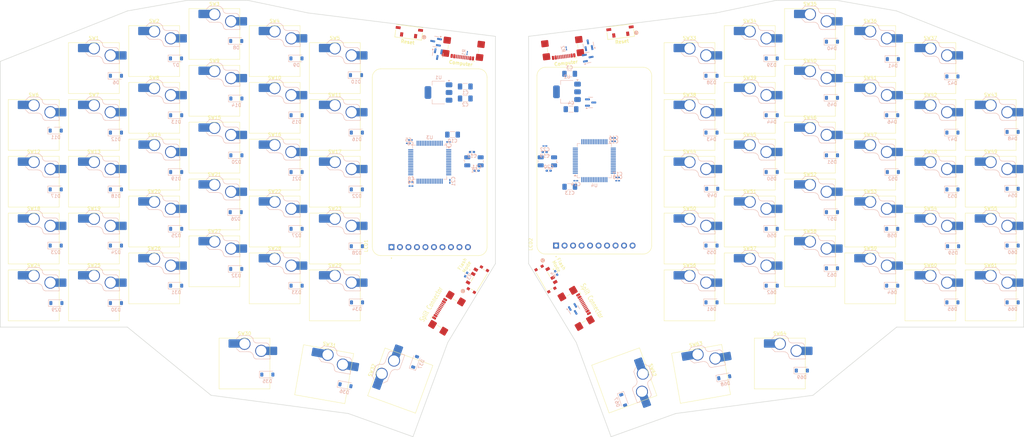
<source format=kicad_pcb>
(kicad_pcb (version 20241229) (generator "pcbnew") (generator_version "9.0")
  (title_block (title "yellow_panda") (rev "v1.0.0") (company "Unknown"))
  (layers (0 "F.Cu" signal) (2 "B.Cu" signal) (13 "F.Paste" user) (15 "B.Paste" user) (5 "F.SilkS" user "F.Silkscreen") (7 "B.SilkS" user "B.Silkscreen") (1 "F.Mask" user) (3 "B.Mask" user) (25 "Edge.Cuts" user))
  (net 0 "")
  (net 1 "/MasterSwitchMatrix/ROW0a")
  (net 2 "Net-(D1-A)")
  (net 3 "/MasterSwitchMatrix/ROW1a")
  (net 4 "Net-(D6-A)")
  (net 5 "Net-(D7-A)")
  (net 6 "Net-(D8-A)")
  (net 7 "Net-(D9-A)")
  (net 8 "Net-(D10-A)")
  (net 9 "Net-(D11-A)")
  (net 10 "/MasterSwitchMatrix/ROW2a")
  (net 11 "Net-(D12-A)")
  (net 12 "Net-(D13-A)")
  (net 13 "Net-(D14-A)")
  (net 14 "Net-(D15-A)")
  (net 15 "Net-(D16-A)")
  (net 16 "Net-(D17-A)")
  (net 17 "/MasterSwitchMatrix/ROW3a")
  (net 18 "Net-(D18-A)")
  (net 19 "Net-(D19-A)")
  (net 20 "Net-(D20-A)")
  (net 21 "Net-(D21-A)")
  (net 22 "Net-(D22-A)")
  (net 23 "Net-(D23-A)")
  (net 24 "/MasterSwitchMatrix/ROW4a")
  (net 25 "Net-(D24-A)")
  (net 26 "Net-(D25-A)")
  (net 27 "Net-(D26-A)")
  (net 28 "Net-(D27-A)")
  (net 29 "Net-(D28-A)")
  (net 30 "Net-(D29-A)")
  (net 31 "Net-(D30-A)")
  (net 32 "Net-(D31-A)")
  (net 33 "Net-(D32-A)")
  (net 34 "Net-(D33-A)")
  (net 35 "Net-(D34-A)")
  (net 36 "Net-(D35-A)")
  (net 37 "/MasterSwitchMatrix/ROW6a")
  (net 38 "Net-(D36-A)")
  (net 39 "Net-(D37-A)")
  (net 40 "Net-(D38-A)")
  (net 41 "/SlaveSwitchMatrix/ROW0b")
  (net 42 "Net-(D39-A)")
  (net 43 "Net-(D40-A)")
  (net 44 "Net-(D41-A)")
  (net 45 "Net-(D42-A)")
  (net 46 "Net-(D43-A)")
  (net 47 "/SlaveSwitchMatrix/ROW1b")
  (net 48 "Net-(D44-A)")
  (net 49 "Net-(D45-A)")
  (net 50 "Net-(D46-A)")
  (net 51 "Net-(D47-A)")
  (net 52 "Net-(D48-A)")
  (net 53 "Net-(D49-A)")
  (net 54 "/SlaveSwitchMatrix/ROW2b")
  (net 55 "Net-(D50-A)")
  (net 56 "Net-(D51-A)")
  (net 57 "Net-(D52-A)")
  (net 58 "Net-(D53-A)")
  (net 59 "Net-(D54-A)")
  (net 60 "Net-(D55-A)")
  (net 61 "/SlaveSwitchMatrix/ROW3b")
  (net 62 "Net-(D56-A)")
  (net 63 "Net-(D57-A)")
  (net 64 "Net-(D58-A)")
  (net 65 "Net-(D59-A)")
  (net 66 "Net-(D60-A)")
  (net 67 "Net-(D61-A)")
  (net 68 "/SlaveSwitchMatrix/ROW4b")
  (net 69 "Net-(D62-A)")
  (net 70 "Net-(D63-A)")
  (net 71 "Net-(D64-A)")
  (net 72 "Net-(D68-A)")
  (net 73 "Net-(D67-A)")
  (net 74 "/SlaveSwitchMatrix/ROW6b")
  (net 75 "GNDR")
  (net 76 "Net-(P1-CC)")
  (net 77 "/MasterSwitchMatrix/COL1a")
  (net 78 "/MasterSwitchMatrix/COL2a")
  (net 79 "/MasterSwitchMatrix/COL3a")
  (net 80 "/MasterSwitchMatrix/COL4a")
  (net 81 "/MasterSwitchMatrix/COL5a")
  (net 82 "/MasterSwitchMatrix/COL0a")
  (net 83 "/SlaveSwitchMatrix/COL1b")
  (net 84 "/SlaveSwitchMatrix/COL2b")
  (net 85 "/SlaveSwitchMatrix/COL3b")
  (net 86 "/SlaveSwitchMatrix/COL4b")
  (net 87 "/SlaveSwitchMatrix/COL5b")
  (net 88 "/SlaveSwitchMatrix/COL0b")
  (net 89 "/USB_D+a")
  (net 90 "Net-(P2-CC)")
  (net 91 "/STM MCUs/RESETa")
  (net 92 "/USB_D-a")
  (net 93 "/USB_D+b")
  (net 94 "/USB_D-b")
  (net 95 "/STM MCUs/OSC OUTa")
  (net 96 "/STM MCUs/OSC INb")
  (net 97 "/STM MCUs/OSC OUTb")
  (net 98 "/STM MCUs/RESETb")
  (net 99 "/STM MCUs/BOOT0a")
  (net 100 "/STM MCUs/OSC INa")
  (net 101 "/STM MCUs/BOOT0b")
  (net 102 "GND")
  (net 103 "+3.3V")
  (net 104 "+5V")
  (net 107 "/I2C Devices/SDLa")
  (net 108 "/I2C Devices/SDAa")
  (net 113 "/I2C Devices/SDLb")
  (net 114 "/I2C Devices/SDAb")
  (net 115 "/STM MCUs/SW_BOOT0a")
  (net 116 "+3V3")
  (net 117 "/STM MCUs/SW_BOOT0b")
  (net 136 "Net-(D65-A)")
  (net 137 "Net-(D66-A)")
  (net 138 "Net-(D69-A)")
  (net 139 "Net-(D70-A)")
  (footprint "PCM_Switch_Keyboard_Hotswap_Kailh:SW_Hotswap_Kailh_Choc_V1_Plated_1.00u" (layer "F.Cu") (at 308.4575 153.2)
    (property "Reference" "SW53")
    (property "Value" "~")
  )
  (footprint "PCM_Switch_Keyboard_Hotswap_Kailh:SW_Hotswap_Kailh_Choc_V1_Plated_1.00u" (layer "F.Cu") (at 254.4575 175.3)
    (property "Reference" "SW56")
    (property "Value" "~")
  )
  (footprint "PCM_Switch_Keyboard_Hotswap_Kailh:SW_Hotswap_Kailh_Choc_V1_Plated_1.00u" (layer "F.Cu") (at 308.4575 170.2)
    (property "Reference" "SW59")
    (property "Value" "~")
  )
  (footprint "PCM_Switch_Keyboard_Hotswap_Kailh:SW_Hotswap_Kailh_Choc_V1_Plated_1.00u" (layer "F.Cu") (at 308.4575 102.2)
    (property "Reference" "SW36")
    (property "Value" "~")
  )
  (footprint "PCM_Switch_Keyboard_Hotswap_Kailh:SW_Hotswap_Kailh_Choc_V1_Plated_1.50u" (layer "F.Cu") (at 234.966415 200.741045 -70)
    (property "Reference" "SW62")
    (property "Value" "~")
  )
  (footprint "PCM_Switch_Keyboard_Hotswap_Kailh:SW_Hotswap_Kailh_Choc_V1_Plated_1.00u" (layer "F.Cu") (at 130.4575 102.2)
    (property "Reference" "SW4")
    (property "Value" "~")
  )
  (footprint "PCM_Switch_Keyboard_Hotswap_Kailh:SW_Hotswap_Kailh_Choc_V1_Plated_1.00u" (layer "F.Cu") (at 94.4575 170.2)
    (property "Reference" "SW26")
    (property "Value" "~")
  )
  (footprint "Custom Lib:SW_TL3330_EWI" (layer "F.Cu") (at 233.8075 96.4 -173)
    (property "Reference" "SW68" (hide yes))
    (property "Value" "SW_Push")
  )
  (footprint "PCM_Switch_Keyboard_Hotswap_Kailh:SW_Hotswap_Kailh_Choc_V1_Plated_1.00u" (layer "F.Cu") (at 344.4575 175.3)
    (property "Reference" "SW61")
    (property "Value" "~")
  )
  (footprint "Custom Lib:SW_TL3330_EWI" (layer "F.Cu") (at 170.6075 96.6 173)
    (property "Reference" "SW67" (hide yes))
    (property "Value" "SW_Push")
  )
  (footprint "PCM_Switch_Keyboard_Hotswap_Kailh:SW_Hotswap_Kailh_Choc_V1_Plated_1.00u" (layer "F.Cu") (at 58.4575 141.3)
    (property "Reference" "SW12")
    (property "Value" "~")
  )
  (footprint "PCM_Switch_Keyboard_Hotswap_Kailh:SW_Hotswap_Kailh_Choc_V1_Plated_1.00u" (layer "F.Cu") (at 254.4575 141.3)
    (property "Reference" "SW44")
    (property "Value" "~")
  )
  (footprint "PCM_Switch_Keyboard_Hotswap_Kailh:SW_Hotswap_Kailh_Choc_V1_Plated_1.00u" (layer "F.Cu") (at 290.4575 131.1)
    (property "Reference" "SW46")
    (property "Value" "~")
  )
  (footprint "PCM_Switch_Keyboard_Hotswap_Kailh:SW_Hotswap_Kailh_Choc_V1_Plated_1.00u" (layer "F.Cu") (at 76.445 107.3)
    (property "Reference" "SW1")
    (property "Value" "~")
  )
  (footprint "PCM_Switch_Keyboard_Hotswap_Kailh:SW_Hotswap_Kailh_Choc_V1_Plated_1.00u" (layer "F.Cu") (at 130.4575 153.2)
    (property "Reference" "SW22")
    (property "Value" "~")
  )
  (footprint "PCM_Switch_Keyboard_Hotswap_Kailh:SW_Hotswap_Kailh_Choc_V1_Plated_1.00u" (layer "F.Cu") (at 254.4575 158.3)
    (property "Reference" "SW50")
    (property "Value" "~")
  )
  (footprint "PCM_Switch_Keyboard_Hotswap_Kailh:SW_Hotswap_Kailh_Choc_V1_Plated_1.00u" (layer "F.Cu") (at 308.4575 136.2)
    (property "Reference" "SW47")
    (property "Value" "~")
  )
  (footprint "PCM_Switch_Keyboard_Hotswap_Kailh:SW_Hotswap_Kailh_Choc_V1_Plated_1.00u" (layer "F.Cu") (at 94.5075 136.2)
    (property "Reference" "SW14")
    (property "Value" "~")
  )
  (footprint "PCM_Switch_Keyboard_Hotswap_Kailh:SW_Hotswap_Kailh_Choc_V1_Plated_1.00u" (layer "F.Cu") (at 58.4575 175.3)
    (property "Reference" "SW24")
    (property "Value" "~")
  )
  (footprint "PCM_Switch_Keyboard_Hotswap_Kailh:SW_Hotswap_Kailh_Choc_V1_Plated_1.00u" (layer "F.Cu") (at 112.4575 97.1)
    (property "Reference" "SW3")
    (property "Value" "~")
  )
  (footprint "Custom Lib:USB_C_Receptacle_GCT_USB4110" (layer "F.Cu") (at 219.588806 179.770001 -60)
    (property "Reference" "P4" (hide yes))
    (property "Value" "Slave Connection Plug" (hide yes))
  )
  (footprint "Custom Lib:USB_C_Receptacle_GCT_USB4110" (layer "F.Cu") (at 187.0075 100.4 173)
    (property "Reference" "P1" (hide yes))
    (property "Value" "USB_C_Plug_USB2.0")
  )
  (footprint "PCM_Switch_Keyboard_Hotswap_Kailh:SW_Hotswap_Kailh_Choc_V1_Plated_1.00u" (layer "F.Cu") (at 130.4575 119.2)
    (property "Reference" "SW10")
    (property "Value" "~")
  )
  (footprint "PCM_Switch_Keyboard_Hotswap_Kailh:SW_Hotswap_Kailh_Choc_V1_Plated_1.00u" (layer "F.Cu") (at 112.4575 165.1)
    (property "Reference" "SW27")
    (property "Value" "~")
  )
  (footprint "PCM_Switch_Keyboard_Hotswap_Kailh:SW_Hotswap_Kailh_Choc_V1_Plated_1.00u" (layer "F.Cu") (at 344.4575 124.3)
    (property "Reference" "SW43")
    (property "Value" "~")
  )
  (footprint "PCM_Switch_Keyboard_Hotswap_Kailh:SW_Hotswap_Kailh_Choc_V1_Plated_1.00u" (layer "F.Cu") (at 326.4575 107.3)
    (property "Reference" "SW37")
    (property "Value" "~")
  )
  (footprint "PCM_Switch_Keyboard_Hotswap_Kailh:SW_Hotswap_Kailh_Choc_V1_Plated_1.00u" (layer "F.Cu") (at 326.4575 141.3)
    (property "Reference" "SW48")
    (property "Value" "~")
  )
  (footprint "PCM_Switch_Keyboard_Hotswap_Kailh:SW_Hotswap_Kailh_Choc_V1_Plated_1.00u" (layer "F.Cu") (at 76.4575 141.3)
    (property "Reference" "SW13")
    (property "Value" "~")
  )
  (footprint "LCD:MODULE_358" (layer "F.Cu") (at 176.8075 135.4625 90)
    (property "Reference" "LCD1")
    (property "Value" "I2C LCD")
  )
  (footprint "PCM_Switch_Keyboard_Hotswap_Kailh:SW_Hotswap_Kailh_Choc_V1_Plated_1.00u" (layer "F.Cu") (at 148.4575 107.3)
    (property "Reference" "SW5")
    (property "Value" "~")
  )
  (footprint "Custom Lib:SLW-66527511-SMT-TR_CUD" (layer "F.Cu") (at 191.2075 170.6 59)
    (property "Reference" "SW65" (hide yes))
    (property "Value" "SW_SPDT" (hide yes))
  )
  (footprint "PCM_Switch_Keyboard_Hotswap_Kailh:SW_Hotswap_Kailh_Choc_V1_Plated_1.00u" (layer "F.Cu") (at 290.4575 148.1)
    (property "Reference" "SW52")
    (property "Value" "~")
  )
  (footprint "PCM_Switch_Keyboard_Hotswap_Kailh:SW_Hotswap_Kailh_Choc_V1_Plated_1.00u" (layer "F.Cu") (at 76.4575 175.3)
    (property "Reference" "SW25")
    (property "Value" "~")
  )
  (footprint "PCM_Switch_Keyboard_Hotswap_Kailh:SW_Hotswap_Kailh_Choc_V1_Plated_1.00u" (layer "F.Cu") (at 326.4575 158.3)
    (property "Reference" "SW54")
    (property "Value" "~")
  )
  (footprint "clipboard:bf87ff4d-921f-4e46-abc4-457b704bfae1" (layer "F.Cu") (at 213.8 167.6)
    (property "Reference" "")
    (property "Value" "")
  )
  (footprint "PCM_Switch_Keyboard_Hotswap_Kailh:SW_Hotswap_Kailh_Choc_V1_Plated_1.00u" (layer "F.Cu") (at 290.4575 114.1)
    (property "Reference" "SW40")
    (property "Value" "~")
  )
  (footprint "PCM_Switch_Keyboard_Hotswap_Kailh:SW_Hotswap_Kailh_Choc_V1_Plated_1.00u" (layer "F.Cu") (at 94.4575 119.2)
    (property "Reference" "SW8")
    (property "Value" "~")
  )
  (footprint "PCM_Switch_Keyboard_Hotswap_Kailh:SW_Hotswap_Kailh_Choc_V1_Plated_1.00u" (layer "F.Cu") (at 308.4575 119.2)
    (property "Reference" "SW41")
    (property "Value" "~")
  )
  (footprint "Custom Lib:USB_C_Receptacle_GCT_USB4110" (layer "F.Cu") (at 182.938029 181.212891 59)
    (property "Reference" "P3" (hide yes))
    (property "Value" "Master Connection Plug" (hide yes))
  )
  (footprint "PCM_Switch_Keyboard_Hotswap_Kailh:SW_Hotswap_Kailh_Choc_V1_Plated_1.00u" (layer "F.Cu") (at 290.4575 97.1)
    (property "Reference" "SW35")
    (property "Value" "~")
  )
  (footprint "PCM_Switch_Keyboard_Hotswap_Kailh:SW_Hotswap_Kailh_Choc_V1_Plated_1.00u" (layer "F.Cu") (at 272.4575 102.2)
    (property "Reference" "SW34")
    (property "Value" "~")
  )
  (footprint "PCM_Switch_Keyboard_Hotswap_Kailh:SW_Hotswap_Kailh_Choc_V1_Plated_1.00u" (layer "F.Cu") (at 272.4575 119.2)
    (property "Reference" "SW39")
    (property "Value" "~")
  )
  (footprint "PCM_Switch_Keyboard_Hotswap_Kailh:SW_Hotswap_Kailh_Choc_V1_Plated_1.00u" (layer "F.Cu") (at 290.4575 165.1)
    (property "Reference" "SW58")
    (property "Value" "~")
  )
  (footprint "PCM_Switch_Keyboard_Hotswap_Kailh:SW_Hotswap_Kailh_Choc_V1_Plated_1.00u" (layer "F.Cu") (at 58.4575 158.3)
    (property "Reference" "SW18")
    (property "Value" "~")
  )
  (footprint "PCM_Switch_Keyboard_Hotswap_Kailh:SW_Hotswap_Kailh_Choc_V1_Plated_1.00u" (layer "F.Cu") (at 254.4575 107.3)
    (property "Reference" "SW33")
    (property "Value" "~")
  )
  (footprint "PCM_Switch_Keyboard_Hotswap_Kailh:SW_Hotswap_Kailh_Choc_V1_Plated_1.00u" (layer "F.Cu") (at 326.4575 175.3)
    (property "Reference" "SW60")
    (property "Value" "~")
  )
  (footprint "PCM_Switch_Keyboard_Hotswap_Kailh:SW_Hotswap_Kailh_Choc_V1_Plated_1.00u" (layer "F.Cu") (at 112.4575 114.1)
    (property "Reference" "SW9")
    (property "Value" "~")
  )
  (footprint "PCM_Switch_Keyboard_Hotswap_Kailh:SW_Hotswap_Kailh_Choc_V1_Plated_1.00u" (layer "F.Cu") (at 145.270875 198.887751 -10)
    (property "Reference" "SW31")
    (property "Value" "~")
  )
  (footprint "PCM_Switch_Keyboard_Hotswap_Kailh:SW_Hotswap_Kailh_Choc_V1_Plated_1.00u" (layer "F.Cu") (at 130.4575 136.2)
    (property "Reference" "SW16")
    (property "Value" "~")
  )
  (footprint "PCM_Switch_Keyboard_Hotswap_Kailh:SW_Hotswap_Kailh_Choc_V1_Plated_1.00u" (layer "F.Cu") (at 112.4575 148.1)
    (property "Reference" "SW21")
    (property "Value" "~")
  )
  (footprint "PCM_Switch_Keyboard_Hotswap_Kailh:SW_Hotswap_Kailh_Choc_V1_Plated_1.00u" (layer "F.Cu") (at 58.4575 124.3)
    (property "Reference" "SW6")
    (property "Value" "~")
  )
  (footprint "PCM_Switch_Keyboard_Hotswap_Kailh:SW_Hotswap_Kailh_Choc_V1_Plated_1.00u" (layer "F.Cu") (at 148.4575 124.3)
    (property "Reference" "SW11")
    (property "Value" "~")
  )
  (footprint "PCM_Switch_Keyboard_Hotswap_Kailh:SW_Hotswap_Kailh_Choc_V1_Plated_1.00u" (layer "F.Cu") (at 148.4575 175.3)
    (property "Reference" "SW29")
    (property "Value" "~")
  )
  (footprint "LCD:MODULE_358" (layer "F.Cu") (at 226.0075 135 90)
    (property "Reference" "LCD2")
    (property "Value" "I2C LCD")
  )
  (footprint "PCM_Switch_Keyboard_Hotswap_Kailh:SW_Hotswap_Kailh_Choc_V1_Plated_1.00u" (layer "F.Cu") (at 148.4575 141.3)
    (property "Reference" "SW17")
    (property "Value" "~")
  )
  (footprint "PCM_Switch_Keyboard_Hotswap_Kailh:SW_Hotswap_Kailh_Choc_V1_Plated_1.00u" (layer "F.Cu") (at 281.4575 195.7)
    (property "Reference" "SW64")
    (property "Value" "~")
  )
  (footprint "PCM_Switch_Keyboard_Hotswap_Kailh:SW_Hotswap_Kailh_Choc_V1_Plated_1.00u" (layer "F.Cu") (at 326.4575 124.3)
    (property "Reference" "SW42")
    (property "Value" "~")
  )
  (footprint "PCM_Switch_Keyboard_Hotswap_Kailh:SW_Hotswap_Kailh_Choc_V1_Plated_1.00u" (layer "F.Cu") (at 344.4575 141.3)
    (property "Reference" "SW49")
    (property "Value" "~")
  )
  (footprint "PCM_Switch_Keyboard_Hotswap_Kailh:SW_Hotswap_Kailh_Choc_V1_Plated_1.00u" (layer "F.Cu") (at 76.4575 124.3)
    (property "Reference" "SW7")
    (property "Value" "~")
  )
  (footprint "PCM_Switch_Keyboard_Hotswap_Kailh:SW_Hotswap_Kailh_Choc_V1_Plated_1.00u" (layer "F.Cu") (at 121.4575 195.7)
    (property "Reference" "SW30")
    (property "Value" "~")
  )
  (footprint "PCM_Switch_Keyboard_Hotswap_Kailh:SW_Hotswap_Kailh_Choc_V1_Plated_1.50u" (layer "F.Cu") (at 168.0075 200.8 70)
    (property "Reference" "SW32")
    (property "Value" "~")
  )
  (footprint "PCM_Switch_Keyboard_Hotswap_Kailh:SW_Hotswap_Kailh_Choc_V1_Plated_1.00u" (layer "F.Cu") (at 94.4575 153.2)
    (property "Reference" "SW20")
    (property "Value" "~")
  )
  (footprint "PCM_Switch_Keyboard_Hotswap_Kailh:SW_Hotswap_Kailh_Choc_V1_Plated_1.00u" (layer "F.Cu") (at 94.4575 102.2)
    (property "Reference" "SW2")
    (property "Value" "~")
  )
  (footprint "PCM_Switch_Keyboard_Hotswap_Kailh:SW_Hotswap_Kailh_Choc_V1_Plated_1.00u" (layer "F.Cu") (at 272.4575 136.2)
    (property "Reference" "SW45")
    (property "Value" "~")
  )
  (footprint "PCM_Switch_Keyboard_Hotswap_Kailh:SW_Hotswap_Kailh_Choc_V1_Plated_1.00u" (layer "F.Cu") (at 76.4575 158.3)
    (property "Reference" "SW19")
    (property "Value" "~")
  )
  (footprint "Custom Lib:SLW-66527511-SMT-TR_CUD" (layer "F.Cu") (at 211.4075 170.4 -60)
    (property "Reference" "SW66" (hide yes))
    (property "Value" "SW_SPDT" (hide yes))
  )
  (footprint "PCM_Switch_Keyboard_Hotswap_Kailh:SW_Hotswap_Kailh_Choc_V1_Plated_1.00u" (layer "F.Cu") (at 130.4575 170.2)
    (property "Reference" "SW28")
    (property "Value" "~")
  )
  (footprint "PCM_Switch_Keyboard_Hotswap_Kailh:SW_Hotswap_Kailh_Choc_V1_Plated_1.00u" (layer "F.Cu") (at 112.4575 131.1)
    (property "Reference" "SW15")
    (property "Value" "~")
  )
  (footprint "Custom Lib:USB_C_Receptacle_GCT_USB4110" (layer "F.Cu") (at 216.4 100.2 -173)
    (property "Reference" "P2" (hide yes))
    (property "Value" "USB_C_Plug_USB2.0")
  )
  (footprint "PCM_Switch_Keyboard_Hotswap_Kailh:SW_Hotswap_Kailh_Choc_V1_Plated_1.00u" (layer "F.Cu") (at 272.4575 170.2)
    (property "Reference" "SW57")
    (property "Value" "~")
  )
  (footprint "clipboard:bf87ff4d-921f-4e46-abc4-457b704bfae1" (layer "F.Cu") (at 188.8 167.8)
    (property "Reference" "")
    (property "Value" "")
  )
  (footprint "PCM_Switch_Keyboard_Hotswap_Kailh:SW_Hotswap_Kailh_Choc_V1_Plated_1.00u" (layer "F.Cu") (at 272.4575 153.2)
    (property "Reference" "SW51")
    (property "Value" "~")
  )
  (footprint "PCM_Switch_Keyboard_Hotswap_Kailh:SW_Hotswap_Kailh_Choc_V1_Plated_1.00u" (layer "F.Cu") (at 344.4575 158.3)
    (property "Reference" "SW55")
    (property "Value" "~")
  )
  (footprint "PCM_Switch_Keyboard_Hotswap_Kailh:SW_Hotswap_Kailh_Choc_V1_Plated_1.00u" (layer "F.Cu") (at 148.4575 158.3)
    (property "Reference" "SW23")
    (property "Value" "~")
  )
  (footprint "PCM_Switch_Keyboard_Hotswap_Kailh:SW_Hotswap_Kailh_Choc_V1_Plated_1.00u" (layer "F.Cu") (at 257.9075 198.8 10)
    (property "Reference" "SW63")
    (property "Value" "~")
  )
  (footprint "PCM_Switch_Keyboard_Hotswap_Kailh:SW_Hotswap_Kailh_Choc_V1_Plated_1.00u" (layer "F.Cu") (at 254.4575 124.3)
    (property "Reference" "SW38")
    (property "Value" "~")
  )
  (footprint "Diode_SMD:D_SOD-123" (layer "B.Cu") (at 155.0875 177.4)
    (property "Reference" "D34")
    (property "Value" "~")
  )
  (footprint "Diode_SMD:D_SOD-123" (layer "B.Cu") (at 333.0375 143.6)
    (property "Reference" "D53")
    (property "Value" "~")
  )
  (footprint "Diode_SMD:D_SOD-123" (layer "B.Cu") (at 351.0375 160.4)
    (property "Reference" "D60")
    (property "Value" "~")
  )
  (footprint "Capacitor_SMD:C_0201_0603Metric_Pad0.64x0.40mm_HandSolder" (layer "B.Cu") (at 220.470002 140.999999)
    (property "Reference" "C14")
    (property "Value" "100nF")
  )
  (footprint "Diode_SMD:D_SOD-123" (layer "B.Cu") (at 65.0375 160.4)
    (property "Reference" "D23")
    (property "Value" "~")
  )
  (footprint "Capacitor_SMD:C_0201_0603Metric_Pad0.64x0.40mm_HandSolder" (layer "B.Cu") (at 231.777496 129.199995 180)
    (property "Reference" "C16")
    (property "Value" "100nF")
  )
  (footprint "PCM_JLCPCB:D_SOT-23" (layer "B.Cu") (at 224.8975 117.6)
    (property "Reference" "D1" (hide yes))
    (property "Value" "D_Schottky")
  )
  (footprint "Diode_SMD:D_SOD-123" (layer "B.Cu") (at 351.0375 126.4)
    (property "Reference" "D48")
    (property "Value" "~")
  )
  (footprint "Diode_SMD:D_SOD-123" (layer "B.Cu") (at 261.0375 126.6)
    (property "Reference" "D43")
    (property "Value" "~")
  )
  (footprint "Capacitor_SMD:C_0201_0603Metric_Pad0.64x0.40mm_HandSolder" (layer "B.Cu") (at 232.977499 139.999999 180)
    (property "Reference" "C17")
    (property "Value" "100nF")
  )
  (footprint "Diode_SMD:D_SOD-123" (layer "B.Cu") (at 83.0375 177.6)
    (property "Reference" "D30")
    (property "Value" "~")
  )
  (footprint "Capacitor_SMD:C_0201_0603Metric_Pad0.64x0.40mm_HandSolder" (layer "B.Cu") (at 182.4375 129.4)
    (property "Reference" "C7")
    (property "Value" "100nF")
  )
  (footprint "Diode_SMD:D_SOD-123" (layer "B.Cu") (at 279.0375 138.4)
    (property "Reference" "D50")
    (property "Value" "~")
  )
  (footprint "Diode_SMD:D_SOD-123" (layer "B.Cu") (at 279.0375 121.4)
    (property "Reference" "D44")
    (property "Value" "~")
  )
  (footprint "Resistor_SMD:R_01005_0402Metric_Pad0.57x0.30mm_HandSolder" (layer "B.Cu") (at 217.6375 101.4 -80)
    (property "Reference" "R2")
    (property "Value" "5.1kΩ")
  )
  (footprint "PCM_JLCPCB:D_SOT-23" (layer "B.Cu") (at 224.2375 100.4 100)
    (property "Reference" "D3" (hide yes))
    (property "Value" "5V")
  )
  (footprint "Diode_SMD:D_SOD-123" (layer "B.Cu") (at 279.0375 104.4)
    (property "Reference" "D39")
    (property "Value" "~")
  )
  (footprint "Capacitor_SMD:C_0402_1005Metric_Pad0.74x0.62mm_HandSolder" (layer "B.Cu") (at 189.4375 132.4)
    (property "Reference" "C12")
    (property "Value" "15pF")
  )
  (footprint "Capacitor_SMD:C_0201_0603Metric_Pad0.64x0.40mm_HandSolder" (layer "B.Cu") (at 171.2375 141.4 180)
    (property "Reference" "C8")
    (property "Value" "100nF")
  )
  (footprint "Diode_SMD:D_SOD-123" (layer "B.Cu") (at 136.9875 104.4)
    (property "Reference" "D9")
    (property "Value" "~")
  )
  (footprint "Capacitor_SMD:C_0201_0603Metric_Pad0.64x0.40mm_HandSolder" (layer "B.Cu") (at 232.977496 140.999997 180)
    (property "Reference" "C18")
    (property "Value" "100nF")
  )
  (footprint "PCM_JLCPCB:D_SOT-23" (layer "B.Cu") (at 178.6375 99.4 170)
    (property "Reference" "D4" (hide yes))
    (property "Value" "5V")
  )
  (footprint "Diode_SMD:D_SOD-123" (layer "B.Cu") (at 297.0375 167.2)
    (property "Reference" "D63")
    (property "Value" "~")
  )
  (footprint "Diode_SMD:D_SOD-123" (layer "B.Cu") (at 288.0375 197.8)
    (property "Reference" "D69")
    (property "Value" "~")
  )
  (footprint "Capacitor_SMD:C_1206_3216Metric_Pad1.33x1.80mm_HandSolder" (layer "B.Cu") (at 218.6375 109 180)
    (property "Reference" "C3")
    (property "Value" "10uF")
  )
  (footprint "Crystal:Crystal_SMD_Abracon_ABM3B-4Pin_5.0x3.2mm" (layer "B.Cu") (at 190.0375 135.2)
    (property "Reference" "Y1")
    (property "Value" "8MHz")
  )
  (footprint "Package_QFP:LQFP-64_10x10mm_P0.5mm" (layer "B.Cu") (at 176.8075 135.4625 180)
    (property "Reference" "U3")
    (property "Value" "STM32F446RCTx")
  )
  (footprint "Capacitor_SMD:C_0201_0603Metric_Pad0.64x0.40mm_HandSolder" (layer "B.Cu") (at 231.777497 128.199997)
    (property "Reference" "C15")
    (property "Value" "100nF")
  )
  (footprint "Diode_SMD:D_SOD-123" (layer "B.Cu") (at 151.6375 202.2 -10)
    (property "Reference" "D36")
    (property "Value" "~")
  )
  (footprint "Diode_SMD:D_SOD-123" (layer "B.Cu") (at 155.0375 160.6)
    (property "Reference" "D28")
    (property "Value" "~")
  )
  (footprint "Diode_SMD:D_SOD-123" (layer "B.Cu") (at 297.0375 116.2)
    (property "Reference" "D45")
    (property "Value" "~")
  )
  (footprint "Capacitor_SMD:C_0402_1005Metric_Pad0.74x0.62mm_HandSolder" (layer "B.Cu") (at 212.377498 137.999997 180)
    (property "Reference" "C20")
    (property "Value" "15pF")
  )
  (footprint "Diode_SMD:D_SOD-123" (layer "B.Cu") (at 261.0375 177.4)
    (property "Reference" "D61")
    (property "Value" "~")
  )
  (footprint "Diode_SMD:D_SOD-123" (layer "B.Cu") (at 101.0375 172.4)
    (property "Reference" "D31")
    (property "Value" "~")
  )
  (footprint "Capacitor_SMD:C_1206_3216Metric_Pad1.33x1.80mm_HandSolder" (layer "B.Cu") (at 219.0375 119.6 180)
    (property "Reference" "C4")
    (property "Value" "10uF")
  )
  (footprint "Diode_SMD:D_SOD-123" (layer "B.Cu") (at 100.9875 104.4)
    (property "Reference" "D7")
    (property "Value" "~")
  )
  (footprint "Diode_SMD:D_SOD-123" (layer "B.Cu") (at 315.0375 155.4)
    (property "Reference" "D58")
    (property "Value" "~")
  )
  (footprint "Diode_SMD:D_SOD-123" (layer "B.Cu") (at 279.0375 172.4)
    (property "Reference" "D62")
    (property "Value" "~")
  )
  (footprint "Diode_SMD:D_SOD-123" (layer "B.Cu") (at 119.0375 133.4)
    (property "Reference" "D20")
    (property "Value" "~")
  )
  (footprint "Diode_SMD:D_SOD-123" (layer "B.Cu") (at 333.0375 126.6)
    (property "Reference" "D47")
    (property "Value" "~")
  )
  (footprint "Diode_SMD:D_SOD-123" (layer "B.Cu") (at 118.9875 167.399999)
    (property "Reference" "D32")
    (property "Value" "~")
  )
  (footprint "Diode_SMD:D_SOD-123" (layer "B.Cu") (at 83.0375 160.4)
    (property "Reference" "D24")
    (property "Value" "~")
  )
  (footprint "Crystal:Crystal_SMD_Abracon_ABM3B-4Pin_5.0x3.2mm" (layer "B.Cu") (at 211.977496 135.199995 180)
    (property "Reference" "Y2" (hide yes))
    (property "Value" "8MHz" (hide yes))
  )
  (footprint "Capacitor_SMD:C_0201_0603Metric_Pad0.64x0.40mm_HandSolder" (layer "B.Cu") (at 170.4375 129.8 180)
    (property "Reference" "C5")
    (property "Value" "100nF")
  )
  (footprint "Diode_SMD:D_SOD-123" (layer "B.Cu") (at 101.0375 138.4)
    (property "Reference" "D19")
    (property "Value" "~")
  )
  (footprint "Diode_SMD:D_SOD-123" (layer "B.Cu") (at 65.0375 143.6)
    (property "Reference" "D17")
    (property "Value" "~")
  )
  (footprint "Diode_SMD:D_SOD-123" (layer "B.Cu") (at 65.2375 177.6)
    (property "Reference" "D29")
    (property "Value" "~")
  )
  (footprint "Package_QFP:LQFP-64_10x10mm_P0.5mm" (layer "B.Cu") (at 226.0075 135)
    (property "Reference" "U4")
    (property "Value" "STM32F446RCTx")
  )
  (footprint "Diode_SMD:D_SOD-123" (layer "B.Cu") (at 137.0375 172.4)
    (property "Reference" "D33")
    (property "Value" "~")
  )
  (footprint "Capacitor_SMD:C_0402_1005Metric_Pad0.74x0.62mm_HandSolder" (layer "B.Cu") (at 190.8375 138 180)
    (property "Reference" "C11")
    (property "Value" "15pF")
  )
  (footprint "PCM_JLCPCB:D_SOT-23" (layer "B.Cu") (at 224.111781 104.163229 10)
    (property "Reference" "D5" (hide yes))
    (property "Value" "5V")
  )
  (footprint "Diode_SMD:D_SOD-123" (layer "B.Cu") (at 119.0375 116.4)
    (property "Reference" "D14")
    (property "Value" "~")
  )
  (footprint "Resistor_SMD:R_0402_1005Metric_Pad0.72x0.64mm_HandSolder" (layer "B.Cu") (at 187.70625 169.082549 60)
    (property "Reference" "R3")
    (property "Value" "10k")
  )
  (footprint "Capacitor_SMD:C_1206_3216Metric_Pad1.33x1.80mm_HandSolder" (layer "B.Cu") (at 218.670002 142.800001)
    (property "Reference" "C13")
    (property "Value" "10uF")
  )
  (footprint "Diode_SMD:D_SOD-123" (layer "B.Cu") (at 234.6375 206.6 -70)
    (property "Reference" "D67")
    (property "Value" "~")
  )
  (footprint "Diode_SMD:D_SOD-123" (layer "B.Cu") (at 154.7875 109.4)
    (property "Reference" "D10")
    (property "Value" "~")
  )
  (footprint "Diode_SMD:D_SOD-123" (layer "B.Cu") (at 155.0375 126.6)
    (property "Reference" "D16")
    (property "Value" "~")
  )
  (footprint "Diode_SMD:D_SOD-123" (layer "B.Cu") (at 137.0375 138.4)
    (property "Reference" "D21")
    (property "Value" "~")
  )
  (footprint "Diode_SMD:D_SOD-123" (layer "B.Cu") (at 137.0375 155.4)
    (property "Reference" "D27")
    (property "Value" "~")
  )
  (footprint "Capacitor_SMD:C_0402_1005Metric_Pad0.74x0.62mm_HandSolder" (layer "B.Cu") (at 211.177498 132.399997)
    (property "Reference" "C19")
    (property "Value" "15pF")
  )
  (footprint "Capacitor_SMD:C_1206_3216Metric_Pad1.33x1.80mm_HandSolder" (layer "B.Cu") (at 183.6375 127.2)
    (property "Reference" "C10")
    (property "Value" "10uF")
  )
  (footprint "Capacitor_SMD:C_0201_0603Metric_Pad0.64x0.40mm_HandSolder" (layer "B.Cu") (at 171.212503 142.599999 180)
    (property "Reference" "C9")
    (property "Value" "100nF")
  )
  (footprint "Diode_SMD:D_SOD-123" (layer "B.Cu") (at 333.0375 109.8)
    (property "Reference" "D42")
    (property "Value" "~")
  )
  (footprint "Diode_SMD:D_SOD-123" (layer "B.Cu") (at 264.8375 199.8 10)
    (property "Reference" "D68")
    (property "Value" "~")
  )
  (footprint "Diode_SMD:D_SOD-123" (layer "B.Cu") (at 118.9875 99.2)
    (property "Reference" "D8")
    (property "Value" "~")
  )
  (footprint "Diode_SMD:D_SOD-123" (layer "B.Cu") (at 297.0375 133.4)
    (property "Reference" "D51")
    (property "Value" "~")
  )
  (footprint "Diode_SMD:D_SOD-123" (layer "B.Cu") (at 83.0375 143.6)
    (property "Reference" "D18")
    (property "Value" "~")
  )
  (footprint "Diode_SMD:D_SOD-123" (layer "B.Cu") (at 83.0375 109.6)
    (property "Reference" "D6")
    (property "Value" "~")
  )
  (footprint "Package_TO_SOT_SMD:SOT-223-3_TabPin2" (layer "B.Cu") (at 179.4375 114.6 180)
    (property "Reference" "U1")
    (property "Value" "LT1963AxST-3.3")
  )
  (footprint "PCM_JLCPCB:D_SOT-23" (layer "B.Cu") (at 179.2375 103.2 -100)
    (property "Reference" "D2" (hide yes))
    (property "Value" "5V")
  )
  (footprint "Diode_SMD:D_SOD-123" (layer "B.Cu") (at 83.0375 126.6)
    (property "Reference" "D12")
    (property "Value" "~")
  )
  (footprint "Diode_SMD:D_SOD-123" (layer "B.Cu") (at 155.0375 143.6)
    (property "Reference" "D22")
    (property "Value" "~")
  )
  (footprint "Capacitor_SMD:C_0201_0603Metric_Pad0.64x0.40mm_HandSolder" (layer "B.Cu") (at 182.8375 141.2 90)
    (property "Reference" "C21")
    (property "Value" "100nF")
  )
  (footprint "Diode_SMD:D_SOD-123" (layer "B.Cu") (at 118.8375 150.4)
    (property "Reference" "D26")
    (property "Value" "~")
  )
  (footprint "Diode_SMD:D_SOD-123" (layer "B.Cu") (at 65.0375 126)
    (property "Reference" "D11")
    (property "Value" "~")
  )
  (footprint "Diode_SMD:D_SOD-123" (layer "B.Cu") (at 315.0375 172.4)
    (property "Reference" "D64")
    (property "Value" "~")
  )
  (footprint "Diode_SMD:D_SOD-123" (layer "B.Cu") (at 297.0375 150.4)
    (property "Reference" "D57")
    (property "Value" "~")
  )
  (footprint "Diode_SMD:D_SOD-123" (layer "B.Cu") (at 333.0375 177.4)
    (property "Reference" "D65")
    (property "Value" "~")
  )
  (footprint "Diode_SMD:D_SOD-123" (layer "B.Cu") (at 137.0375 121.4)
    (property "Reference" "D15")
    (property "Value" "~")
  )
  (footprint "Diode_SMD:D_SOD-123" (layer "B.Cu") (at 351.0375 143.4)
    (property "Reference" "D54")
    (property "Value" "~")
  )
  (footprint "Diode_SMD:D_SOD-123" (layer "B.Cu") (at 101.0375 121.4)
    (property "Reference" "D13")
    (property "Value" "~")
  )
  (footprint "Diode_SMD:D_SOD-123" (layer "B.Cu") (at 261.0375 160.4)
    (property "Reference" "D55")
    (property "Value" "~")
  )
  (footprint "Diode_SMD:D_SOD-123" (layer "B.Cu") (at 279.0375 155.4)
    (property "Reference" "D56")
    (property "Value" "~")
  )
  (footprint "Resistor_SMD:R_01005_0402Metric_Pad0.57x0.30mm_HandSolder" (layer "B.Cu") (at 188.0075 102.8 -100)
    (property "Reference" "R1")
    (property "Value" "5.1kΩ")
  )
  (footprint "Resistor_SMD:R_0402_1005Metric_Pad0.72x0.64mm_HandSolder" (layer "B.Cu") (at 214.6075 168.6 -60)
    (property "Reference" "R4")
    (property "Value" "10k")
  )
  (footprint "Diode_SMD:D_SOD-123" (layer "B.Cu") (at 261.0375 109.6)
    (property "Reference" "D38")
    (property "Value" "~")
  )
  (footprint "Diode_SMD:D_SOD-123" (layer "B.Cu") (at 261.2375 143.4)
    (property "Reference" "D49")
    (property "Value" "~")
  )
  (footprint "Capacitor_SMD:C_0201_0603Metric_Pad0.64x0.40mm_HandSolder" (layer "B.Cu") (at 171.0375 128.8)
    (property "Reference" "C6")
    (property "Value" "100nF")
  )
  (footprint "Diode_SMD:D_SOD-123" (layer "B.Cu") (at 101.0375 155.4)
    (property "Reference" "D25")
    (property "Value" "~")
  )
  (footprint "Capacitor_SMD:C_0201_0603Metric_Pad0.64x0.40mm_HandSolder" (layer "B.Cu") (at 211.2375 130.6)
    (property "Reference" "C22")
    (property "Value" "100nF")
  )
  (footprint "Diode_SMD:D_SOD-123" (layer "B.Cu") (at 172.4375 195.2 70)
    (property "Reference" "D37")
    (property "Value" "~")
  )
  (footprint "PCM_JLCPCB:D_SOT-23" (layer "B.Cu") (at 219.967499 179.585937 -60)
    (property "Reference" "D70" (hide yes))
    (property "Value" "D_Schottky")
  )
  (footprint "Diode_SMD:D_SOD-123" (layer "B.Cu") (at 128.2875 199)
    (property "Reference" "D35")
    (property "Value" "~")
  )
  (footprint "Diode_SMD:D_SOD-123" (layer "B.Cu") (at 315.0375 121.4)
    (property "Reference" "D46")
    (property "Value" "~")
  )
  (footprint "Diode_SMD:D_SOD-123" (layer "B.Cu") (at 297.0375 99.4)
    (property "Reference" "D40")
    (property "Value" "~")
  )
  (footprint "Package_TO_SOT_SMD:SOT-223-3_TabPin2" (layer "B.Cu") (at 217.8375 114.4 180)
    (property "Reference" "U2")
    (property "Value" "LT1963AxST-3.3")
  )
  (footprint "Diode_SMD:D_SOD-123" (layer "B.Cu") (at 333.2375 160.6)
    (property "Reference" "D59")
    (property "Value" "~")
  )
  (footprint "Capacitor_SMD:C_1206_3216Metric_Pad1.33x1.80mm_HandSolder" (layer "B.Cu") (at 187.4375 116.4)
    (property "Reference" "C2")
    (property "Value" "10uF")
  )
  (footprint "Capacitor_SMD:C_1206_3216Metric_Pad1.33x1.80mm_HandSolder" (layer "B.Cu") (at 187.4375 112.8)
    (property "Reference" "C1")
    (property "Value" "10uF")
  )
  (footprint "Diode_SMD:D_SOD-123" (layer "B.Cu") (at 315.2375 104.6)
    (property "Reference" "D41")
    (property "Value" "~")
  )
  (footprint "Diode_SMD:D_SOD-123" (layer "B.Cu") (at 315.2375 138.4)
    (property "Reference" "D52")
    (property "Value" "~")
  )
  (footprint "Diode_SMD:D_SOD-123" (layer "B.Cu") (at 351.0375 177.4)
    (property "Reference" "D66")
    (property "Value" "~")
  )
  (gr_line (start 111.4575 205.2) (end 86.4575 184.8) (stroke (width 0.15)) (layer "Edge.Cuts"))
  (gr_line (start 316.3575 90.2) (end 298.3575 87) (stroke (width 0.15)) (layer "Edge.Cuts"))
  (gr_line (start 280.3575 87.03) (end 262.3575 90.8) (stroke (width 0.15)) (layer "Edge.Cuts"))
  (gr_line (start 298.3575 87) (end 280.3575 87.03) (stroke (width 0.15)) (layer "Edge.Cuts"))
  (gr_line (start 262.3575 90.8) (end 206.3575 97.8) (stroke (width 0.15)) (layer "Edge.Cuts"))
  (gr_line (start 206.3575 97.8) (end 206.3575 165.8) (stroke (width 0.15)) (layer "Edge.Cuts"))
  (gr_line (start 122.4575 87.03) (end 140.4575 90.8) (stroke (width 0.15)) (layer "Edge.Cuts"))
  (gr_line (start 152.471352 210.652237) (end 111.4575 205.2) (stroke (width 0.15)) (layer "Edge.Cuts"))
  (gr_line (start 48.4575 184.8) (end 48.4575 105.3) (stroke (width 0.15)) (layer "Edge.Cuts"))
  (gr_line (start 86.4575 90.2) (end 104.4575 87) (stroke (width 0.15)) (layer "Edge.Cuts"))
  (gr_line (start 140.4575 90.8) (end 196.4575 97.8) (stroke (width 0.15)) (layer "Edge.Cuts"))
  (gr_line (start 86.4575 184.8) (end 48.4575 184.8) (stroke (width 0.15)) (layer "Edge.Cuts"))
  (gr_line (start 196.4575 97.8) (end 196.4575 165.8) (stroke (width 0.15)) (layer "Edge.Cuts"))
  (gr_line (start 316.3575 184.8) (end 354.3575 184.8) (stroke (width 0.15)) (layer "Edge.Cuts"))
  (gr_line (start 291.3575 205.2) (end 316.3575 184.8) (stroke (width 0.15)) (layer "Edge.Cuts"))
  (gr_line (start 220.6075 189.4) (end 206.3575 165.8) (stroke (width 0.15)) (layer "Edge.Cuts"))
  (gr_line (start 104.4575 87) (end 122.4575 87.03) (stroke (width 0.15)) (layer "Edge.Cuts"))
  (gr_line (start 354.3575 105.3) (end 316.3575 90.2) (stroke (width 0.15)) (layer "Edge.Cuts"))
  (gr_line (start 220.6075 189.4) (end 231.0075 217.6) (stroke (width 0.15)) (layer "Edge.Cuts"))
  (gr_line (start 182.2075 189.4) (end 171.8075 217.6) (stroke (width 0.15)) (layer "Edge.Cuts"))
  (gr_line (start 231.0075 217.6) (end 250.343648 210.652237) (stroke (width 0.15)) (layer "Edge.Cuts"))
  (gr_line (start 171.8075 217.6) (end 152.471352 210.652237) (stroke (width 0.15)) (layer "Edge.Cuts"))
  (gr_line (start 354.3575 184.8) (end 354.3575 105.3) (stroke (width 0.15)) (layer "Edge.Cuts"))
  (gr_line (start 182.2075 189.4) (end 196.4575 165.8) (stroke (width 0.15)) (layer "Edge.Cuts"))
  (gr_line (start 48.4575 105.3) (end 86.4575 90.2) (stroke (width 0.15)) (layer "Edge.Cuts"))
  (gr_line (start 250.343648 210.652237) (end 291.3575 205.2) (stroke (width 0.15)) (layer "Edge.Cuts"))
  (gr_text "Computer" (at 214 106.8 7) (layer "F.SilkS") (effects (font (size 0.992 0.992) (thickness 0.1984) (bold yes)) (justify left bottom)))
  (gr_text "Split Connector" (at 224.6 177.4 300) (layer "F.SilkS") (effects (font (size 1.5 0.992) (thickness 0.1464)) (justify bottom)))
  (gr_text "Reset" (at 168 99.8 353) (layer "F.SilkS") (effects (font (size 0.992 0.992) (thickness 0.1984) (bold yes)) (justify left bottom)))
  (gr_text "Flash\nMode" (at 213.2 165.2 300) (layer "F.SilkS") (effects (font (size 0.992 0.992) (thickness 0.1464)) (justify left bottom)))
  (gr_text "Computer" (at 182.4 106 353) (layer "F.SilkS") (effects (font (size 0.992 0.992) (thickness 0.1984) (bold yes)) (justify left bottom)))
  (gr_text "Reset" (at 232.2 100.2 7) (layer "F.SilkS") (effects (font (size 0.992 0.992) (thickness 0.1984) (bold yes)) (justify left bottom)))
  (gr_text "Flash\nMode" (at 187.4 168.8 60) (layer "F.SilkS") (effects (font (size 0.992 0.992) (thickness 0.1464)) (justify left bottom)))
  (gr_text "Split Connector" (at 178 178.4 60) (layer "F.SilkS") (effects (font (size 1.5 0.992) (thickness 0.1464)) (justify bottom)))
)
</source>
